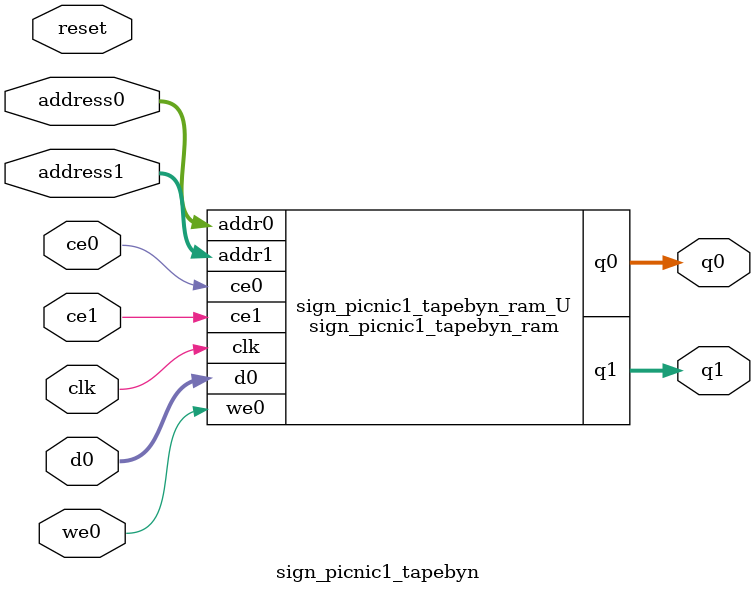
<source format=v>
`timescale 1 ns / 1 ps
module sign_picnic1_tapebyn_ram (addr0, ce0, d0, we0, q0, addr1, ce1, q1,  clk);

parameter DWIDTH = 8;
parameter AWIDTH = 9;
parameter MEM_SIZE = 498;

input[AWIDTH-1:0] addr0;
input ce0;
input[DWIDTH-1:0] d0;
input we0;
output reg[DWIDTH-1:0] q0;
input[AWIDTH-1:0] addr1;
input ce1;
output reg[DWIDTH-1:0] q1;
input clk;

(* ram_style = "block" *)reg [DWIDTH-1:0] ram[0:MEM_SIZE-1];




always @(posedge clk)  
begin 
    if (ce0) begin
        if (we0) 
            ram[addr0] <= d0; 
        q0 <= ram[addr0];
    end
end


always @(posedge clk)  
begin 
    if (ce1) begin
        q1 <= ram[addr1];
    end
end


endmodule

`timescale 1 ns / 1 ps
module sign_picnic1_tapebyn(
    reset,
    clk,
    address0,
    ce0,
    we0,
    d0,
    q0,
    address1,
    ce1,
    q1);

parameter DataWidth = 32'd8;
parameter AddressRange = 32'd498;
parameter AddressWidth = 32'd9;
input reset;
input clk;
input[AddressWidth - 1:0] address0;
input ce0;
input we0;
input[DataWidth - 1:0] d0;
output[DataWidth - 1:0] q0;
input[AddressWidth - 1:0] address1;
input ce1;
output[DataWidth - 1:0] q1;



sign_picnic1_tapebyn_ram sign_picnic1_tapebyn_ram_U(
    .clk( clk ),
    .addr0( address0 ),
    .ce0( ce0 ),
    .we0( we0 ),
    .d0( d0 ),
    .q0( q0 ),
    .addr1( address1 ),
    .ce1( ce1 ),
    .q1( q1 ));

endmodule


</source>
